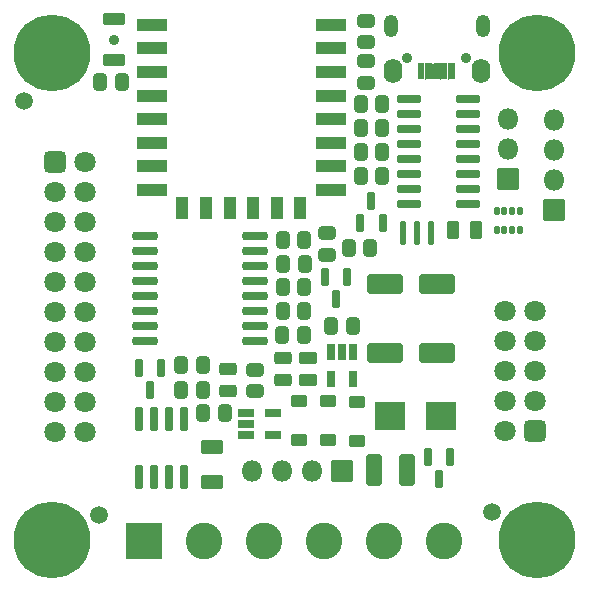
<source format=gts>
%TF.GenerationSoftware,KiCad,Pcbnew,(6.0.9)*%
%TF.CreationDate,2023-01-11T20:23:52+07:00*%
%TF.ProjectId,ESP12CORE_B_MULTI,45535031-3243-44f5-9245-5f425f4d554c,rev?*%
%TF.SameCoordinates,Original*%
%TF.FileFunction,Soldermask,Top*%
%TF.FilePolarity,Negative*%
%FSLAX46Y46*%
G04 Gerber Fmt 4.6, Leading zero omitted, Abs format (unit mm)*
G04 Created by KiCad (PCBNEW (6.0.9)) date 2023-01-11 20:23:52*
%MOMM*%
%LPD*%
G01*
G04 APERTURE LIST*
G04 Aperture macros list*
%AMRoundRect*
0 Rectangle with rounded corners*
0 $1 Rounding radius*
0 $2 $3 $4 $5 $6 $7 $8 $9 X,Y pos of 4 corners*
0 Add a 4 corners polygon primitive as box body*
4,1,4,$2,$3,$4,$5,$6,$7,$8,$9,$2,$3,0*
0 Add four circle primitives for the rounded corners*
1,1,$1+$1,$2,$3*
1,1,$1+$1,$4,$5*
1,1,$1+$1,$6,$7*
1,1,$1+$1,$8,$9*
0 Add four rect primitives between the rounded corners*
20,1,$1+$1,$2,$3,$4,$5,0*
20,1,$1+$1,$4,$5,$6,$7,0*
20,1,$1+$1,$6,$7,$8,$9,0*
20,1,$1+$1,$8,$9,$2,$3,0*%
G04 Aperture macros list end*
%ADD10RoundRect,0.300000X0.600000X0.600000X-0.600000X0.600000X-0.600000X-0.600000X0.600000X-0.600000X0*%
%ADD11C,1.800000*%
%ADD12C,0.900000*%
%ADD13RoundRect,0.050000X-0.850000X0.450000X-0.850000X-0.450000X0.850000X-0.450000X0.850000X0.450000X0*%
%ADD14RoundRect,0.050000X-0.600000X0.450000X-0.600000X-0.450000X0.600000X-0.450000X0.600000X0.450000X0*%
%ADD15C,6.500000*%
%ADD16RoundRect,0.200000X-0.150000X0.587500X-0.150000X-0.587500X0.150000X-0.587500X0.150000X0.587500X0*%
%ADD17RoundRect,0.300000X0.262500X0.450000X-0.262500X0.450000X-0.262500X-0.450000X0.262500X-0.450000X0*%
%ADD18C,1.500000*%
%ADD19RoundRect,0.050000X0.850000X0.850000X-0.850000X0.850000X-0.850000X-0.850000X0.850000X-0.850000X0*%
%ADD20O,1.800000X1.800000*%
%ADD21RoundRect,0.200000X-0.512500X-0.150000X0.512500X-0.150000X0.512500X0.150000X-0.512500X0.150000X0*%
%ADD22RoundRect,0.300000X-0.650000X0.325000X-0.650000X-0.325000X0.650000X-0.325000X0.650000X0.325000X0*%
%ADD23RoundRect,0.300000X0.450000X-0.262500X0.450000X0.262500X-0.450000X0.262500X-0.450000X-0.262500X0*%
%ADD24RoundRect,0.050000X0.600000X-0.450000X0.600000X0.450000X-0.600000X0.450000X-0.600000X-0.450000X0*%
%ADD25RoundRect,0.300000X-0.600000X-0.600000X0.600000X-0.600000X0.600000X0.600000X-0.600000X0.600000X0*%
%ADD26RoundRect,0.050000X-1.250000X-1.150000X1.250000X-1.150000X1.250000X1.150000X-1.250000X1.150000X0*%
%ADD27RoundRect,0.300000X-0.262500X-0.450000X0.262500X-0.450000X0.262500X0.450000X-0.262500X0.450000X0*%
%ADD28RoundRect,0.300000X-1.250000X-0.550000X1.250000X-0.550000X1.250000X0.550000X-1.250000X0.550000X0*%
%ADD29RoundRect,0.293750X-0.456250X0.243750X-0.456250X-0.243750X0.456250X-0.243750X0.456250X0.243750X0*%
%ADD30RoundRect,0.050000X-0.850000X0.850000X-0.850000X-0.850000X0.850000X-0.850000X0.850000X0.850000X0*%
%ADD31RoundRect,0.200000X-0.150000X0.512500X-0.150000X-0.512500X0.150000X-0.512500X0.150000X0.512500X0*%
%ADD32RoundRect,0.050000X-0.175000X0.250000X-0.175000X-0.250000X0.175000X-0.250000X0.175000X0.250000X0*%
%ADD33RoundRect,0.200000X-0.150000X0.825000X-0.150000X-0.825000X0.150000X-0.825000X0.150000X0.825000X0*%
%ADD34RoundRect,0.200000X-0.825000X-0.150000X0.825000X-0.150000X0.825000X0.150000X-0.825000X0.150000X0*%
%ADD35RoundRect,0.300000X0.475000X-0.250000X0.475000X0.250000X-0.475000X0.250000X-0.475000X-0.250000X0*%
%ADD36RoundRect,0.300000X-0.450000X0.262500X-0.450000X-0.262500X0.450000X-0.262500X0.450000X0.262500X0*%
%ADD37RoundRect,0.200000X-0.875000X-0.150000X0.875000X-0.150000X0.875000X0.150000X-0.875000X0.150000X0*%
%ADD38RoundRect,0.050000X-1.250000X-0.500000X1.250000X-0.500000X1.250000X0.500000X-1.250000X0.500000X0*%
%ADD39RoundRect,0.050000X-0.500000X-0.900000X0.500000X-0.900000X0.500000X0.900000X-0.500000X0.900000X0*%
%ADD40RoundRect,0.300000X-0.250000X-0.475000X0.250000X-0.475000X0.250000X0.475000X-0.250000X0.475000X0*%
%ADD41RoundRect,0.050000X-1.500000X-1.500000X1.500000X-1.500000X1.500000X1.500000X-1.500000X1.500000X0*%
%ADD42C,3.100000*%
%ADD43RoundRect,0.050000X0.200000X0.950000X-0.200000X0.950000X-0.200000X-0.950000X0.200000X-0.950000X0*%
%ADD44RoundRect,0.200000X0.150000X-0.587500X0.150000X0.587500X-0.150000X0.587500X-0.150000X-0.587500X0*%
%ADD45RoundRect,0.300000X0.375000X1.075000X-0.375000X1.075000X-0.375000X-1.075000X0.375000X-1.075000X0*%
%ADD46O,0.900000X0.900000*%
%ADD47RoundRect,0.050000X0.225000X0.650000X-0.225000X0.650000X-0.225000X-0.650000X0.225000X-0.650000X0*%
%ADD48O,1.550000X2.100000*%
%ADD49O,1.250000X1.900000*%
%ADD50RoundRect,0.293750X0.456250X-0.243750X0.456250X0.243750X-0.456250X0.243750X-0.456250X-0.243750X0*%
G04 APERTURE END LIST*
D10*
%TO.C,J1*%
X145843909Y-95758668D03*
D11*
X143303909Y-95758668D03*
X145843909Y-93218668D03*
X143303909Y-93218668D03*
X145843909Y-90678668D03*
X143303909Y-90678668D03*
X145843909Y-88138668D03*
X143303909Y-88138668D03*
X145843909Y-85598668D03*
X143303909Y-85598668D03*
%TD*%
D12*
%TO.C,SW1*%
X110200827Y-62587897D03*
D13*
X110200827Y-60887897D03*
X110200827Y-64287897D03*
%TD*%
D14*
%TO.C,D1*%
X130825000Y-93250000D03*
X130825000Y-96550000D03*
%TD*%
D12*
%TO.C,H4*%
X144352944Y-103302944D03*
X146050000Y-102600000D03*
D15*
X146050000Y-105000000D03*
D12*
X147747056Y-103302944D03*
X146050000Y-107400000D03*
X144352944Y-106697056D03*
X147747056Y-106697056D03*
X143650000Y-105000000D03*
X148450000Y-105000000D03*
%TD*%
D16*
%TO.C,Q2*%
X129973541Y-82670793D03*
X128073541Y-82670793D03*
X129023541Y-84545793D03*
%TD*%
D17*
%TO.C,R7*%
X131915699Y-80238384D03*
X130090699Y-80238384D03*
%TD*%
D18*
%TO.C,FID5*%
X108966000Y-102870000D03*
%TD*%
D19*
%TO.C,J6*%
X143606599Y-74422000D03*
D20*
X143606599Y-71882000D03*
X143606599Y-69342000D03*
%TD*%
D21*
%TO.C,U8*%
X121392500Y-94180000D03*
X121392500Y-95130000D03*
X121392500Y-96080000D03*
X123667500Y-96080000D03*
X123667500Y-94180000D03*
%TD*%
D22*
%TO.C,C14*%
X118480000Y-97075000D03*
X118480000Y-100025000D03*
%TD*%
D23*
%TO.C,R27*%
X122174000Y-92352500D03*
X122174000Y-90527500D03*
%TD*%
D24*
%TO.C,D4*%
X128350000Y-96525000D03*
X128350000Y-93225000D03*
%TD*%
D25*
%TO.C,J4*%
X105204868Y-72917125D03*
D11*
X107744868Y-72917125D03*
X105204868Y-75457125D03*
X107744868Y-75457125D03*
X105204868Y-77997125D03*
X107744868Y-77997125D03*
X105204868Y-80537125D03*
X107744868Y-80537125D03*
X105204868Y-83077125D03*
X107744868Y-83077125D03*
X105204868Y-85617125D03*
X107744868Y-85617125D03*
X105204868Y-88157125D03*
X107744868Y-88157125D03*
X105204868Y-90697125D03*
X107744868Y-90697125D03*
X105204868Y-93237125D03*
X107744868Y-93237125D03*
X105204868Y-95777125D03*
X107744868Y-95777125D03*
%TD*%
D26*
%TO.C,D5*%
X133622000Y-94488000D03*
X137922000Y-94488000D03*
%TD*%
D17*
%TO.C,R5*%
X132933550Y-72136000D03*
X131108550Y-72136000D03*
%TD*%
D14*
%TO.C,D3*%
X125852177Y-93199169D03*
X125852177Y-96499169D03*
%TD*%
D17*
%TO.C,R14*%
X126333864Y-83566000D03*
X124508864Y-83566000D03*
%TD*%
D12*
%TO.C,H1*%
X144352944Y-62052944D03*
X144352944Y-65447056D03*
X147747056Y-65447056D03*
X146050000Y-61350000D03*
X147747056Y-62052944D03*
X143650000Y-63750000D03*
X146050000Y-66150000D03*
D15*
X146050000Y-63750000D03*
D12*
X148450000Y-63750000D03*
%TD*%
D17*
%TO.C,R3*%
X132932840Y-68072000D03*
X131107840Y-68072000D03*
%TD*%
D27*
%TO.C,R24*%
X124510809Y-85598000D03*
X126335809Y-85598000D03*
%TD*%
D16*
%TO.C,Q4*%
X138663636Y-97959082D03*
X136763636Y-97959082D03*
X137713636Y-99834082D03*
%TD*%
D28*
%TO.C,C12*%
X133186648Y-83263189D03*
X137586648Y-83263189D03*
%TD*%
D17*
%TO.C,R12*%
X117752500Y-90170000D03*
X115927500Y-90170000D03*
%TD*%
D29*
%TO.C,D2*%
X124538237Y-89565000D03*
X124538237Y-91440000D03*
%TD*%
D16*
%TO.C,Q3*%
X114197348Y-90358224D03*
X112297348Y-90358224D03*
X113247348Y-92233224D03*
%TD*%
D28*
%TO.C,C7*%
X133182000Y-89154000D03*
X137582000Y-89154000D03*
%TD*%
D27*
%TO.C,R9*%
X131098906Y-74168000D03*
X132923906Y-74168000D03*
%TD*%
D30*
%TO.C,J2*%
X129480000Y-99133737D03*
D20*
X126940000Y-99133737D03*
X124400000Y-99133737D03*
X121860000Y-99133737D03*
%TD*%
D19*
%TO.C,J5*%
X147500856Y-76995980D03*
D20*
X147500856Y-74455980D03*
X147500856Y-71915980D03*
X147500856Y-69375980D03*
%TD*%
D27*
%TO.C,R4*%
X131105336Y-70104000D03*
X132930336Y-70104000D03*
%TD*%
D18*
%TO.C,FID6*%
X142240000Y-102616000D03*
%TD*%
D12*
%TO.C,H2*%
X105000000Y-66150000D03*
X103302944Y-62052944D03*
X102600000Y-63750000D03*
D15*
X105000000Y-63750000D03*
D12*
X107400000Y-63750000D03*
X106697056Y-65447056D03*
X103302944Y-65447056D03*
X106697056Y-62052944D03*
X105000000Y-61350000D03*
%TD*%
D31*
%TO.C,U6*%
X130490000Y-89032500D03*
X129540000Y-89032500D03*
X128590000Y-89032500D03*
X128590000Y-91307500D03*
X130490000Y-91307500D03*
%TD*%
D23*
%TO.C,R6*%
X128270000Y-80819000D03*
X128270000Y-78994000D03*
%TD*%
D32*
%TO.C,U2*%
X144572362Y-78726687D03*
X143922362Y-78726687D03*
X143272362Y-78726687D03*
X142622362Y-78726687D03*
X142622362Y-77126687D03*
X143272362Y-77126687D03*
X143922362Y-77126687D03*
X144572362Y-77126687D03*
%TD*%
D17*
%TO.C,R21*%
X126316594Y-79561634D03*
X124491594Y-79561634D03*
%TD*%
%TO.C,R13*%
X117752500Y-92235934D03*
X115927500Y-92235934D03*
%TD*%
D18*
%TO.C,FID7*%
X102616000Y-67818000D03*
%TD*%
D23*
%TO.C,R8*%
X131508320Y-66268384D03*
X131508320Y-64443384D03*
%TD*%
D17*
%TO.C,R28*%
X119588725Y-94234000D03*
X117763725Y-94234000D03*
%TD*%
D33*
%TO.C,U4*%
X116130000Y-94675000D03*
X114860000Y-94675000D03*
X113590000Y-94675000D03*
X112320000Y-94675000D03*
X112320000Y-99625000D03*
X113590000Y-99625000D03*
X114860000Y-99625000D03*
X116130000Y-99625000D03*
%TD*%
D34*
%TO.C,U5*%
X135203064Y-67647726D03*
X135203064Y-68917726D03*
X135203064Y-70187726D03*
X135203064Y-71457726D03*
X135203064Y-72727726D03*
X135203064Y-73997726D03*
X135203064Y-75267726D03*
X135203064Y-76537726D03*
X140153064Y-76537726D03*
X140153064Y-75267726D03*
X140153064Y-73997726D03*
X140153064Y-72727726D03*
X140153064Y-71457726D03*
X140153064Y-70187726D03*
X140153064Y-68917726D03*
X140153064Y-67647726D03*
%TD*%
D35*
%TO.C,C8*%
X126618095Y-91440000D03*
X126618095Y-89540000D03*
%TD*%
D27*
%TO.C,R23*%
X124476200Y-87630000D03*
X126301200Y-87630000D03*
%TD*%
D36*
%TO.C,R2*%
X131521512Y-61002915D03*
X131521512Y-62827915D03*
%TD*%
D37*
%TO.C,U3*%
X112825000Y-79230000D03*
X112825000Y-80500000D03*
X112825000Y-81770000D03*
X112825000Y-83040000D03*
X112825000Y-84310000D03*
X112825000Y-85580000D03*
X112825000Y-86850000D03*
X112825000Y-88120000D03*
X122125000Y-88120000D03*
X122125000Y-86850000D03*
X122125000Y-85580000D03*
X122125000Y-84310000D03*
X122125000Y-83040000D03*
X122125000Y-81770000D03*
X122125000Y-80500000D03*
X122125000Y-79230000D03*
%TD*%
D12*
%TO.C,H3*%
X105000000Y-107400000D03*
X106697056Y-106697056D03*
X102600000Y-105000000D03*
D15*
X105000000Y-105000000D03*
D12*
X105000000Y-102600000D03*
X103302944Y-103302944D03*
X107400000Y-105000000D03*
X103302944Y-106697056D03*
X106697056Y-103302944D03*
%TD*%
D17*
%TO.C,R20*%
X126342608Y-81564676D03*
X124517608Y-81564676D03*
%TD*%
D38*
%TO.C,U1*%
X113400000Y-61328000D03*
X113400000Y-63328000D03*
X113400000Y-65328000D03*
X113400000Y-67328000D03*
X113400000Y-69328000D03*
X113400000Y-71328000D03*
X113400000Y-73328000D03*
X113400000Y-75328000D03*
D39*
X116000000Y-76828000D03*
X118000000Y-76828000D03*
X120000000Y-76828000D03*
X122000000Y-76828000D03*
X124000000Y-76828000D03*
X126000000Y-76828000D03*
D38*
X128600000Y-75328000D03*
X128600000Y-73328000D03*
X128600000Y-71328000D03*
X128600000Y-69328000D03*
X128600000Y-67328000D03*
X128600000Y-65328000D03*
X128600000Y-63328000D03*
X128600000Y-61328000D03*
%TD*%
D40*
%TO.C,C10*%
X138938000Y-78740000D03*
X140838000Y-78740000D03*
%TD*%
D41*
%TO.C,J8*%
X112773429Y-105050688D03*
D42*
X117853429Y-105050688D03*
X122933429Y-105050688D03*
X128013429Y-105050688D03*
X133093429Y-105050688D03*
X138173429Y-105050688D03*
%TD*%
D17*
%TO.C,R25*%
X130452500Y-86868000D03*
X128627500Y-86868000D03*
%TD*%
D43*
%TO.C,Y1*%
X137090000Y-78994000D03*
X135890000Y-78994000D03*
X134690000Y-78994000D03*
%TD*%
D44*
%TO.C,Q1*%
X131063050Y-78153500D03*
X132963050Y-78153500D03*
X132013050Y-76278500D03*
%TD*%
D45*
%TO.C,F1*%
X135004000Y-99060000D03*
X132204000Y-99060000D03*
%TD*%
D46*
%TO.C,J7*%
X135041582Y-64190224D03*
X140041582Y-64190224D03*
D47*
X138841582Y-65290224D03*
X138191582Y-65290224D03*
X137541582Y-65290224D03*
X136891582Y-65290224D03*
X136241582Y-65290224D03*
D48*
X133816582Y-65240224D03*
D49*
X141416582Y-61440224D03*
D48*
X141266582Y-65240224D03*
D49*
X133666582Y-61440224D03*
%TD*%
D17*
%TO.C,R1*%
X110890107Y-66206359D03*
X109065107Y-66206359D03*
%TD*%
D50*
%TO.C,D6*%
X119888000Y-92377500D03*
X119888000Y-90502500D03*
%TD*%
G36*
X136505837Y-64607379D02*
G01*
X136511873Y-64611413D01*
X136570467Y-64627938D01*
X136621257Y-64611436D01*
X136627327Y-64607379D01*
X136629322Y-64607248D01*
X136630434Y-64608911D01*
X136630101Y-64610153D01*
X136622273Y-64621869D01*
X136618582Y-64640423D01*
X136618582Y-65940025D01*
X136622273Y-65958579D01*
X136630101Y-65970295D01*
X136630232Y-65972291D01*
X136628569Y-65973402D01*
X136627327Y-65973069D01*
X136621291Y-65969035D01*
X136562697Y-65952510D01*
X136511907Y-65969012D01*
X136505837Y-65973069D01*
X136503842Y-65973200D01*
X136502730Y-65971537D01*
X136503063Y-65970295D01*
X136510891Y-65958579D01*
X136514582Y-65940025D01*
X136514582Y-64640423D01*
X136510891Y-64621869D01*
X136503063Y-64610153D01*
X136502932Y-64608157D01*
X136504595Y-64607046D01*
X136505837Y-64607379D01*
G37*
G36*
X137155837Y-64607379D02*
G01*
X137161873Y-64611413D01*
X137220467Y-64627938D01*
X137271257Y-64611436D01*
X137277327Y-64607379D01*
X137279322Y-64607248D01*
X137280434Y-64608911D01*
X137280101Y-64610153D01*
X137272273Y-64621869D01*
X137268582Y-64640423D01*
X137268582Y-65940025D01*
X137272273Y-65958579D01*
X137280101Y-65970295D01*
X137280232Y-65972291D01*
X137278569Y-65973402D01*
X137277327Y-65973069D01*
X137271291Y-65969035D01*
X137212697Y-65952510D01*
X137161907Y-65969012D01*
X137155837Y-65973069D01*
X137153842Y-65973200D01*
X137152730Y-65971537D01*
X137153063Y-65970295D01*
X137160891Y-65958579D01*
X137164582Y-65940025D01*
X137164582Y-64640423D01*
X137160891Y-64621869D01*
X137153063Y-64610153D01*
X137152932Y-64608157D01*
X137154595Y-64607046D01*
X137155837Y-64607379D01*
G37*
G36*
X138455837Y-64607379D02*
G01*
X138461873Y-64611413D01*
X138520467Y-64627938D01*
X138571257Y-64611436D01*
X138577327Y-64607379D01*
X138579322Y-64607248D01*
X138580434Y-64608911D01*
X138580101Y-64610153D01*
X138572273Y-64621869D01*
X138568582Y-64640423D01*
X138568582Y-65940025D01*
X138572273Y-65958579D01*
X138580101Y-65970295D01*
X138580232Y-65972291D01*
X138578569Y-65973402D01*
X138577327Y-65973069D01*
X138571291Y-65969035D01*
X138512697Y-65952510D01*
X138461907Y-65969012D01*
X138455837Y-65973069D01*
X138453842Y-65973200D01*
X138452730Y-65971537D01*
X138453063Y-65970295D01*
X138460891Y-65958579D01*
X138464582Y-65940025D01*
X138464582Y-64640423D01*
X138460891Y-64621869D01*
X138453063Y-64610153D01*
X138452932Y-64608157D01*
X138454595Y-64607046D01*
X138455837Y-64607379D01*
G37*
G36*
X137805837Y-64607379D02*
G01*
X137811873Y-64611413D01*
X137870467Y-64627938D01*
X137921257Y-64611436D01*
X137927327Y-64607379D01*
X137929322Y-64607248D01*
X137930434Y-64608911D01*
X137930101Y-64610153D01*
X137922273Y-64621869D01*
X137918582Y-64640423D01*
X137918582Y-65940025D01*
X137922273Y-65958579D01*
X137930101Y-65970295D01*
X137930232Y-65972291D01*
X137928569Y-65973402D01*
X137927327Y-65973069D01*
X137921291Y-65969035D01*
X137862697Y-65952510D01*
X137811907Y-65969012D01*
X137805837Y-65973069D01*
X137803842Y-65973200D01*
X137802730Y-65971537D01*
X137803063Y-65970295D01*
X137810891Y-65958579D01*
X137814582Y-65940025D01*
X137814582Y-64640423D01*
X137810891Y-64621869D01*
X137803063Y-64610153D01*
X137802932Y-64608157D01*
X137804595Y-64607046D01*
X137805837Y-64607379D01*
G37*
M02*

</source>
